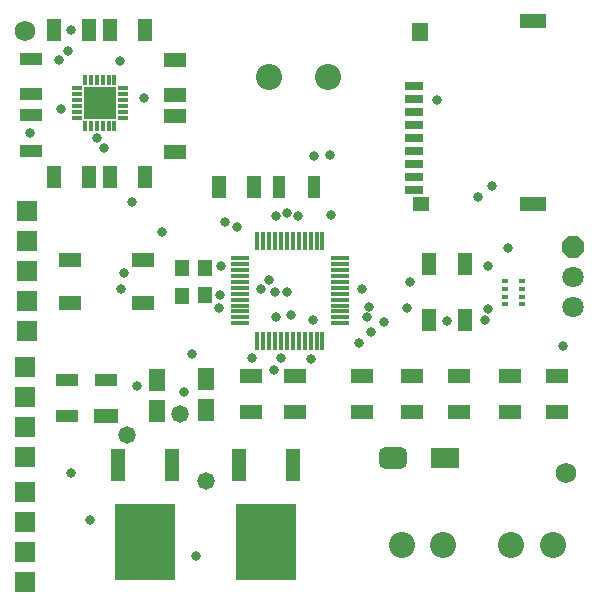
<source format=gts>
G04*
G04 #@! TF.GenerationSoftware,Altium Limited,Altium Designer,21.1.1 (26)*
G04*
G04 Layer_Color=8388736*
%FSLAX25Y25*%
%MOIN*%
G70*
G04*
G04 #@! TF.SameCoordinates,04740601-0AD8-466E-96FA-1E4AED34599A*
G04*
G04*
G04 #@! TF.FilePolarity,Negative*
G04*
G01*
G75*
%ADD18R,0.06299X0.02756*%
%ADD19R,0.05512X0.04724*%
%ADD20R,0.08661X0.04724*%
%ADD21R,0.05512X0.06299*%
%ADD39R,0.05236X0.07480*%
%ADD40R,0.01575X0.06102*%
%ADD41R,0.06102X0.01575*%
%ADD42R,0.04540X0.11036*%
%ADD43R,0.20091X0.25210*%
%ADD44R,0.07480X0.04724*%
G04:AMPARAMS|DCode=45|XSize=70.99mil|YSize=94.61mil|CornerRadius=19.75mil|HoleSize=0mil|Usage=FLASHONLY|Rotation=270.000|XOffset=0mil|YOffset=0mil|HoleType=Round|Shape=RoundedRectangle|*
%AMROUNDEDRECTD45*
21,1,0.07099,0.05512,0,0,270.0*
21,1,0.03150,0.09461,0,0,270.0*
1,1,0.03950,-0.02756,-0.01575*
1,1,0.03950,-0.02756,0.01575*
1,1,0.03950,0.02756,0.01575*
1,1,0.03950,0.02756,-0.01575*
%
%ADD45ROUNDEDRECTD45*%
%ADD46R,0.09461X0.07099*%
%ADD47R,0.04921X0.07480*%
%ADD48R,0.07480X0.04331*%
%ADD49R,0.04724X0.05512*%
%ADD50R,0.07480X0.04921*%
%ADD51R,0.02362X0.01772*%
%ADD52R,0.07887X0.04737*%
%ADD53R,0.04331X0.07480*%
%ADD54R,0.03543X0.01378*%
%ADD55R,0.01378X0.03543*%
%ADD56R,0.11024X0.10630*%
%ADD57C,0.06800*%
%ADD58C,0.08674*%
%ADD59R,0.07087X0.07087*%
%ADD60C,0.07087*%
%ADD61P,0.07671X8X112.5*%
%ADD62C,0.03162*%
%ADD63C,0.05800*%
D18*
X136122Y170571D02*
D03*
Y166240D02*
D03*
Y161909D02*
D03*
Y157579D02*
D03*
Y153248D02*
D03*
Y148917D02*
D03*
Y144587D02*
D03*
Y140256D02*
D03*
Y135925D02*
D03*
D19*
X138484Y131201D02*
D03*
D20*
X175886D02*
D03*
X175886Y192224D02*
D03*
D21*
X138091Y188681D02*
D03*
D39*
X66831Y62520D02*
D03*
D03*
Y72835D02*
D03*
X50590Y62402D02*
D03*
D03*
Y72716D02*
D03*
D40*
X84079Y118996D02*
D03*
X86047D02*
D03*
X88016D02*
D03*
X89984D02*
D03*
X91953D02*
D03*
X93921D02*
D03*
X95890D02*
D03*
X97858D02*
D03*
X99827D02*
D03*
X101795D02*
D03*
X103764D02*
D03*
X105732D02*
D03*
Y85728D02*
D03*
X103764D02*
D03*
X101795D02*
D03*
X99827D02*
D03*
X97858D02*
D03*
X95890D02*
D03*
X93921D02*
D03*
X91953D02*
D03*
X89984D02*
D03*
X88016D02*
D03*
X86047D02*
D03*
X84079D02*
D03*
D41*
X111539Y113189D02*
D03*
Y111221D02*
D03*
Y109252D02*
D03*
Y107283D02*
D03*
Y105315D02*
D03*
Y103347D02*
D03*
Y101378D02*
D03*
Y99410D02*
D03*
Y97441D02*
D03*
Y95473D02*
D03*
Y93504D02*
D03*
Y91535D02*
D03*
X78272D02*
D03*
Y93504D02*
D03*
Y95473D02*
D03*
Y97441D02*
D03*
Y99410D02*
D03*
Y101378D02*
D03*
Y103347D02*
D03*
Y105315D02*
D03*
Y107283D02*
D03*
Y109252D02*
D03*
Y111221D02*
D03*
Y113189D02*
D03*
D42*
X96008Y44291D02*
D03*
X78055D02*
D03*
X37701D02*
D03*
X55654D02*
D03*
D43*
X87032Y18701D02*
D03*
X46677D02*
D03*
D44*
X21555Y98228D02*
D03*
X45965D02*
D03*
Y112795D02*
D03*
X21555D02*
D03*
D45*
X129331Y46752D02*
D03*
D46*
X146653D02*
D03*
D47*
X153150Y111221D02*
D03*
Y92520D02*
D03*
X34874Y189370D02*
D03*
X46685D02*
D03*
X16142D02*
D03*
X27953D02*
D03*
Y140157D02*
D03*
X16142D02*
D03*
X71161Y137008D02*
D03*
X82972D02*
D03*
X46685Y140157D02*
D03*
X34874D02*
D03*
X141339Y111221D02*
D03*
Y92520D02*
D03*
D48*
X8425Y160894D02*
D03*
Y149083D02*
D03*
Y179626D02*
D03*
Y167815D02*
D03*
X20472Y72539D02*
D03*
Y60728D02*
D03*
X33465Y72539D02*
D03*
D49*
X66510Y100861D02*
D03*
X59002Y109855D02*
D03*
Y100800D02*
D03*
X66446Y109873D02*
D03*
D50*
X183882Y73834D02*
D03*
Y62023D02*
D03*
X168134Y73834D02*
D03*
Y62023D02*
D03*
X151402Y73834D02*
D03*
Y62023D02*
D03*
X135653Y73834D02*
D03*
Y62023D02*
D03*
X118921D02*
D03*
Y73834D02*
D03*
X96752Y62008D02*
D03*
Y73819D02*
D03*
X82087Y62106D02*
D03*
Y73917D02*
D03*
X56496Y179331D02*
D03*
Y167520D02*
D03*
Y160598D02*
D03*
Y148787D02*
D03*
D51*
X166500Y100400D02*
D03*
Y105518D02*
D03*
X172209Y100400D02*
D03*
Y102959D02*
D03*
Y105518D02*
D03*
D03*
D03*
D03*
D03*
D03*
X166500D02*
D03*
Y102959D02*
D03*
X172209Y97841D02*
D03*
X166500D02*
D03*
D52*
X33465Y60728D02*
D03*
D53*
X103039Y137008D02*
D03*
X91228D02*
D03*
D54*
X39173Y160039D02*
D03*
Y162008D02*
D03*
Y163976D02*
D03*
Y165945D02*
D03*
Y167913D02*
D03*
Y169882D02*
D03*
X23819D02*
D03*
Y167913D02*
D03*
Y165945D02*
D03*
Y163976D02*
D03*
Y162008D02*
D03*
Y160039D02*
D03*
D55*
X36417Y172638D02*
D03*
X34449D02*
D03*
X32480D02*
D03*
X30512D02*
D03*
X28543D02*
D03*
X26575D02*
D03*
Y157283D02*
D03*
X28543D02*
D03*
X30512D02*
D03*
X32480D02*
D03*
X34449D02*
D03*
X36417D02*
D03*
D56*
X31496Y164961D02*
D03*
D57*
X6575Y188937D02*
D03*
X186811Y41614D02*
D03*
D58*
X146087Y17717D02*
D03*
X132307D02*
D03*
X168724D02*
D03*
X182504D02*
D03*
X87819Y173622D02*
D03*
X107504D02*
D03*
D59*
X7244Y98858D02*
D03*
X6555Y66831D02*
D03*
Y56831D02*
D03*
Y46831D02*
D03*
Y76831D02*
D03*
Y25335D02*
D03*
Y15335D02*
D03*
Y5335D02*
D03*
Y35335D02*
D03*
X7244Y88858D02*
D03*
Y128858D02*
D03*
Y118858D02*
D03*
Y108858D02*
D03*
D60*
X189370Y97087D02*
D03*
Y107087D02*
D03*
D61*
Y117087D02*
D03*
D62*
X85158Y102992D02*
D03*
X121277Y97097D02*
D03*
X82243Y79804D02*
D03*
X89685Y75866D02*
D03*
X77339Y123796D02*
D03*
X95315Y94370D02*
D03*
X62402Y81221D02*
D03*
X71516Y101037D02*
D03*
X101870Y79528D02*
D03*
X91850Y79921D02*
D03*
X90118Y93504D02*
D03*
X121982Y88716D02*
D03*
X102620Y92606D02*
D03*
X94055Y101850D02*
D03*
X120591Y93504D02*
D03*
X118937Y102874D02*
D03*
X89803Y102126D02*
D03*
X87795Y106063D02*
D03*
X108543Y127520D02*
D03*
X97638Y127323D02*
D03*
X93801Y128151D02*
D03*
X90094Y127455D02*
D03*
X160866Y96339D02*
D03*
X43780Y70630D02*
D03*
X8268Y154961D02*
D03*
X147244Y92402D02*
D03*
X63701Y13858D02*
D03*
X18619Y163071D02*
D03*
X160982Y110573D02*
D03*
X134912Y105385D02*
D03*
X134055Y96732D02*
D03*
X162205Y137441D02*
D03*
X167441Y116496D02*
D03*
X143937Y166024D02*
D03*
X157441Y133740D02*
D03*
X185921Y84107D02*
D03*
X71378Y96732D02*
D03*
X73150Y125354D02*
D03*
X72060Y110485D02*
D03*
X52284Y121811D02*
D03*
X39646Y108346D02*
D03*
X42244Y131968D02*
D03*
X102854Y147441D02*
D03*
X159764Y92598D02*
D03*
X118071Y85118D02*
D03*
X126167Y91982D02*
D03*
X108110Y147559D02*
D03*
X59685Y68543D02*
D03*
X21772Y41732D02*
D03*
X38641Y102908D02*
D03*
X30581Y153285D02*
D03*
X32835Y149843D02*
D03*
X46358Y166634D02*
D03*
X18012Y179232D02*
D03*
X20768Y182382D02*
D03*
X22047Y189272D02*
D03*
X38189Y178839D02*
D03*
X28255Y25879D02*
D03*
D63*
X67028Y38976D02*
D03*
X58150Y61300D02*
D03*
X40540Y54151D02*
D03*
M02*

</source>
